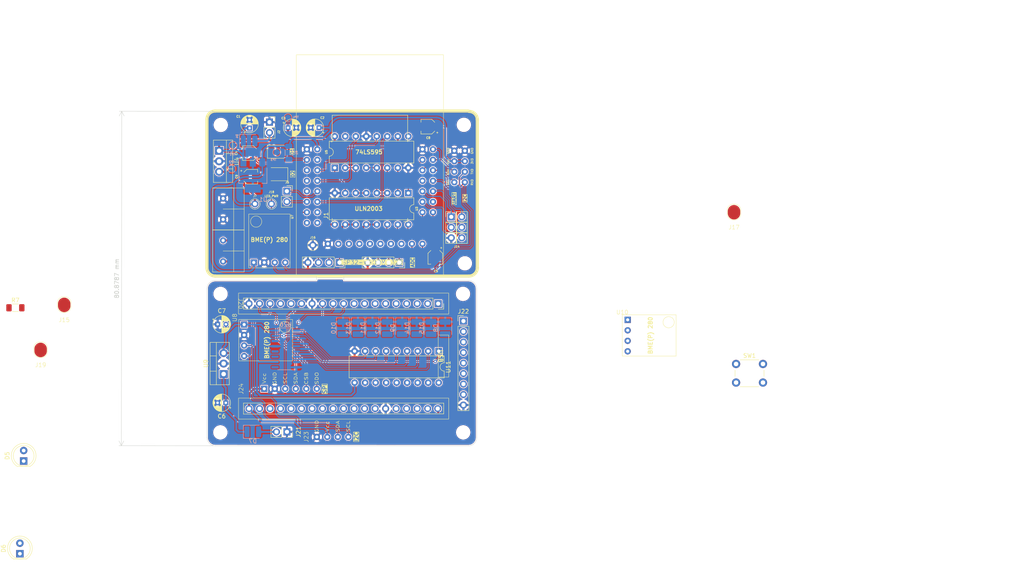
<source format=kicad_pcb>
(kicad_pcb (version 20240108) (generator "pcbnew") (generator_version "8.0")
  (layers (0 "F.Cu" signal) (31 "B.Cu" signal) (34 "B.Paste" user) (35 "F.Paste" user) (36 "B.SilkS" user "B.Silkscreen") (37 "F.SilkS" user "F.Silkscreen") (38 "B.Mask" user) (39 "F.Mask" user) (44 "Edge.Cuts" user))
  (net 0 "")
  (net 1 "GND")
  (net 2 "+3V3")
  (net 3 "+5V")
  (net 4 "/RXD")
  (net 5 "/TXD")
  (net 6 "/SDA")
  (net 7 "/GPIO_33")
  (net 8 "/SCL")
  (net 9 "/OUT3")
  (net 10 "/EN")
  (net 11 "/SOURCE2")
  (net 12 "/SOURCE1")
  (net 13 "/SOURCE3")
  (net 14 "/VDC")
  (net 15 "/DAC1")
  (net 16 "/DAC2")
  (net 17 "/GPIO39")
  (net 18 "/GPIO19")
  (net 19 "/GPIO17")
  (net 20 "/GPIO5")
  (net 21 "/GPIO18")
  (net 22 "/SD_DATA0")
  (net 23 "/ADC2_CH3")
  (net 24 "/SD_DATA3")
  (net 25 "/SD_CMD")
  (net 26 "/SD_CLK")
  (net 27 "/SD_DATA2")
  (net 28 "/SD_DATA1")
  (net 29 "/ADC2_CH0")
  (net 30 "/GPIO23")
  (net 31 "/GPIO36")
  (net 32 "/ADC2_CH2")
  (net 33 "/BOOT")
  (net 34 "/GPIO13")
  (net 35 "/SOURCE4")
  (net 36 "/SOURCE5")
  (net 37 "/SIPO_DATA")
  (net 38 "/SIPO_CLK")
  (net 40 "/SIPO_LATCH")
  (net 41 "/GPIO14")
  (net 43 "/I3")
  (net 44 "/I6")
  (net 45 "/I7")
  (net 46 "/I5")
  (net 47 "/OUT1")
  (net 48 "/VIN")
  (net 49 "/I1")
  (net 52 "Net-(D5-Pad1)")
  (net 53 "Net-(J15-Pin_1)")
  (net 54 "Net-(J19-Pin_1)")
  (net 55 "/OUT2")
  (net 67 "/RX")
  (net 72 "/TX")
  (net 83 "/SCL-2")
  (net 84 "/SDA-2")
  (net 85 "/SIPO_CLK-2")
  (net 87 "/SIPO_DATA-2")
  (net 88 "/SIPO_LATCH-2")
  (net 89 "/QB-2")
  (net 90 "/QC-2")
  (net 91 "/QE-2")
  (net 92 "/QA-2")
  (net 93 "/QD-2")
  (net 94 "/QG-2")
  (net 95 "/QH-2")
  (net 96 "/QF-2")
  (net 97 "/O8")
  (net 98 "/O3")
  (net 99 "/O5")
  (net 100 "/O7")
  (net 101 "/O1")
  (net 102 "/O4")
  (net 103 "/O2")
  (net 104 "/O6")
  (net 105 "/SPI-SDO")
  (net 106 "/SPI-CSB")
  (net 107 "/SPI-SCL")
  (net 108 "/SPI-SDA")
  (net 109 "/D23")
  (net 110 "/D18")
  (footprint "Capacitor_THT:CP_Radial_D4.0mm_P2.00mm" (layer "F.Cu") (at 107 44.2 180)
    (property "Reference" "C2")
    (property "Value" "1uF")
  )
  (footprint "LED_SMD:LED_1210_3225Metric_Pad1.42x2.65mm_HandSolder" (layer "F.Cu") (at 97 55.45 180)
    (property "Reference" "D2")
    (property "Value" "STATUS")
  )
  (footprint "Capacitor_SMD:CP_Elec_3x5.3" (layer "F.Cu") (at 90.3 50.35 180)
    (property "Reference" "C4")
    (property "Value" "0.1uF")
  )
  (footprint "Resistor_SMD:R_1206_3216Metric_Pad1.30x1.75mm_HandSolder" (layer "F.Cu") (at 33.612 87.7585)
    (property "Reference" "R7")
    (property "Value" "4K7")
  )
  (footprint "LED_THT:LED_D5.0mm" (layer "F.Cu") (at 34.7 147.25 90)
    (property "Reference" "D6")
    (property "Value" "LED_STATUS")
  )
  (footprint "Button_Switch_THT:SW_PUSH_6mm" (layer "F.Cu") (at 207.8 101.35)
    (property "Reference" "SW1")
    (property "Value" "SW_Push")
  )
  (footprint "Alexander Footprint Library:Pad_1x01_P2.54_SMD" (layer "F.Cu") (at 39.712 102.098)
    (property "Reference" "J19")
    (property "Value" "LED_PWR")
  )
  (footprint "Alexanddr Footprints Library:ESP32-WROOM-Adapter-Socket-2" (layer "F.Cu") (at 119.3 57.04)
    (property "Reference" "J1")
    (property "Value" "~")
  )
  (footprint "Alexander Footprint Library:Pad_1x01_P2.54_SMD" (layer "F.Cu") (at 45.412 91.198)
    (property "Reference" "J15")
    (property "Value" "LED_PWR")
  )
  (footprint "MountingHole:MountingHole_3mm" (layer "F.Cu") (at 142 43.5)
    (property "Reference" "H1" (hide yes))
    (property "Value" "MountingHole_Pad")
  )
  (footprint "Connector_PinSocket_2.54mm:PinSocket_1x02_P2.54mm_Vertical" (layer "F.Cu") (at 99.25 117.775 -90)
    (property "Reference" "J21")
    (property "Value" "PWR")
  )
  (footprint "MountingHole:MountingHole_3mm" (layer "F.Cu") (at 83.25 43.53)
    (property "Reference" "H2" (hide yes))
    (property "Value" "MountingHole_Pad")
  )
  (footprint "Package_DIP:DIP-16_W7.62mm" (layer "F.Cu") (at 128.58 60 -90)
    (property "Reference" "U3")
    (property "Value" "ULN2003")
  )
  (footprint "Alexander Footprints Library:Conn_Terminal_5mm" (layer "F.Cu") (at 83.82 53.69)
    (property "Reference" "J9" (hide yes))
    (property "Value" "Conn_01x02_Socket")
  )
  (footprint "Alexander Footprint Library:Pad_1x01_P2.54_SMD" (layer "F.Cu") (at 207.3 68.7895)
    (property "Reference" "J17")
    (property "Value" "GND")
  )
  (footprint "MountingHole:MountingHole_3mm" (layer "F.Cu") (at 141.85 117.9)
    (property "Reference" "H4" (hide yes))
    (property "Value" "MountingHole_Pad")
  )
  (footprint "Capacitor_THT:CP_Radial_D4.0mm_P2.00mm" (layer "F.Cu") (at 82.5 91.75)
    (property "Reference" "C7")
    (property "Value" "1uF")
  )
  (footprint "Capacitor_SMD:CP_Elec_3x5.3" (layer "F.Cu") (at 90.4 56.05)
    (property "Reference" "C9")
    (property "Value" "0.1uF")
  )
  (footprint "Package_DIP:DIP-16_W7.62mm" (layer "F.Cu") (at 110.8 53.9 90)
    (property "Reference" "U5")
    (property "Value" "74LS595")
  )
  (footprint "Alexander Footprint Library:PinSocket_1x01_P2.54" (layer "F.Cu") (at 91.5 65.19)
    (property "Reference" "J7")
    (property "Value" "LED_PWR")
  )
  (footprint "Connector_PinHeader_2.54mm:PinHeader_1x09_P2.54mm_Vertical" (layer "F.Cu") (at 141.9 90.97)
    (property "Reference" "J22")
    (property "Value" "Conn_01x09_Pin")
  )
  (footprint "Alexander Footprint Library:Conn_SPI" (layer "F.Cu") (at 88.68 107.35 90)
    (property "Reference" "J24")
    (property "Value" "~")
  )
  (footprint "Connector_PinSocket_2.54mm:PinSocket_1x02_P2.54mm_Vertical" (layer "F.Cu") (at 95.025 42.85)
    (property "Reference" "J2")
    (property "Value" "PWR")
  )
  (footprint "Connector_PinSocket_2.54mm:PinSocket_1x04_P2.54mm_Vertical" (layer "F.Cu") (at 111.94 76.8 -90)
    (property "Reference" "J6")
    (property "Value" "SOURCE")
  )
  (footprint "MountingHole:MountingHole_3mm" (layer "F.Cu") (at 83.15 117.9)
    (property "Reference" "H4" (hide yes))
    (property "Value" "MountingHole_Pad")
  )
  (footprint "Connector_PinSocket_2.54mm:PinSocket_1x04_P2.54mm_Vertical" (layer "F.Cu") (at 126.38 76.8 -90)
    (property "Reference" "J10" (hide yes))
    (property "Value" "ADC")
  )
  (footprint "Capacitor_SMD:CP_Elec_3x5.3" (layer "F.Cu") (at 135.1 75.45 -90)
    (property "Reference" "C5")
    (property "Value" "0.1uF")
  )
  (footprint "MountingHole:MountingHole_3mm" (layer "F.Cu") (at 141.8 84.4)
    (property "Reference" "H4" (hide yes))
    (property "Value" "MountingHole_Pad")
  )
  (footprint "Capacitor_THT:CP_Radial_D4.0mm_P2.00mm" (layer "F.Cu") (at 99.5 44.2)
    (property "Reference" "C3")
    (property "Value" "1uF")
  )
  (footprint "Alexander Footprint Library:Conn_ESP32_WROOM-DevKit-38pins" (layer "F.Cu") (at 87.54 86.75 -90)
    (property "Reference" "J20")
    (property "Value" "~")
  )
  (footprint "Capacitor_SMD:CP_Elec_3x5.3" (layer "F.Cu") (at 133.4 43.95 180)
    (property "Reference" "C8")
    (property "Value" "10uF")
  )
  (footprint "Alexander Footprint Library:LD1117" (layer "F.Cu") (at 83.945 103.79 90)
    (property "Reference" "U9")
    (property "Value" "L7805")
  )
  (footprint "Alexander Footprint Library:PinSocket_1x01_P2.54" (layer "F.Cu") (at 95.5 65.19)
    (property "Reference" "J18")
    (property "Value" "LED_PWR")
  )
  (footprint "Alexander Footprint Library:Conn_I2C" (layer "F.Cu") (at 98.84 119 90)
    (property "Reference" "J23")
    (property "Value" "I2C")
  )
  (footprint "Capacitor_THT:CP_Radial_D4.0mm_P2.00mm" (layer "F.Cu") (at 84.4726 110.75 180)
    (property "Reference" "C6")
    (property "Value" "1uF")
  )
  (footprint "Alexander Footprint Library:BME280_BMP280_I2C" (layer "F.Cu") (at 180.3 89.45)
    (property "Reference" "U10")
    (property "Value" "BME(P)280")
  )
  (footprint "MountingHole:MountingHole_3mm" (layer "F.Cu") (at 83.2 84.4)
    (property "Reference" "H4" (hide yes))
    (property "Value" "MountingHole_Pad")
  )
  (footprint "Connector_PinSocket_2.54mm:PinSocket_1x02_P2.54mm_Vertical" (layer "F.Cu") (at 99.225 59.55)
    (property "Reference" "J5")
    (property "Value" "DAC")
  )
  (footprint "Alexander Footprint Library:CONN_2x3" (layer "F.Cu") (at 138.96 60.68)
    (property "Reference" "J14")
    (property "Value" "GPIO")
  )
  (footprint "Alexander Footprints Library:Conn_UART" (layer "F.Cu") (at 139.7 42.15)
    (property "Reference" "J3" (hide yes))
    (property "Value" "UART")
  )
  (footprint "Alexander Footprint Library:PinSocket_1x01_P2.54" (layer "F.Cu") (at 105.5 75.19)
    (property "Reference" "J16")
    (property "Value" "GND")
  )
  (footprint "Capacitor_THT:CP_Radial_D4.0mm_P2.00mm" (layer "F.Cu") (at 90.2 44.3 90)
    (property "Reference" "C1")
    (property "Value" "1uF")
  )
  (footprint "Alexander Footprint Library:BME280_BMP280_I2C" (layer "F.Cu") (at 90 78.1 90)
    (property "Reference" "U7")
    (property "Value" "BME(P)280")
  )
  (footprint "Alexander Footprint Library:LD1117" (layer "F.Cu") (at 82.855 49.77 -90)
    (property "Reference" "U4")
    (property "Value" "L7805")
  )
  (footprint "Alexander Footprints Library:Conn_I2C" (layer "F.Cu") (at 142.24 42.15)
    (property "Reference" "J4" (hide yes))
    (property "Value" "I2C")
  )
  (footprint "LED_THT:LED_D5.0mm" (layer "F.Cu") (at 35.612 124.8335 90)
    (property "Reference" "D5")
    (property "Value" "LED_PWR")
  )
  (footprint "Alexander Footprint Library:BME280_BMP280_I2C" (layer "F.Cu") (at 87.6 90.59)
    (property "Reference" "U8")
    (property "Value" "BME(P)280")
  )
  (footprint "LED_SMD:LED_1210_3225Metric_Pad1.42x2.65mm_HandSolder" (layer "F.Cu") (at 97 50)
    (property "Reference" "D1")
    (property "Value" "PWR")
  )
  (footprint "MountingHole:MountingHole_3mm" (layer "F.Cu") (at 142.25 77)
    (property "Reference" "H4" (hide yes))
    (property "Value" "MountingHole_Pad")
  )
  (footprint "Package_DIP:DIP-18_W7.62mm" (layer "F.Cu") (at 135.92 98.25 -90)
    (property "Reference" "U11")
    (property "Value" "ULN2801A")
  )
  (footprint "Alexander Footprints Library:Conn_Terminal_5mm" (layer "F.Cu") (at 83.82 63.85)
    (property "Reference" "J8" (hide yes))
    (property "Value" "Conn_01x02_Socket")
  )
  (footprint "TestPoint:TestPoint_Pad_D1.5mm" (layer "B.Cu") (at 99.5 41.75 180)
    (property "Reference" "TP4")
    (property "Value" "5V")
  )
  (footprint "LED_SMD:LED_1210_3225Metric_Pad1.42x2.65mm_HandSolder" (layer "B.Cu") (at 127.1 92.65 -90)
    (property "Reference" "D9")
    (property "Value" "PWR")
  )
  (footprint "TestPoint:TestPoint_Pad_D1.5mm" (layer "B.Cu") (at 96.8 50.15 180)
    (property "Reference" "TP3")
    (property "Value" "3V3")
  )
  (footprint "LED_SMD:LED_1210_3225Metric_Pad1.42x2.65mm_HandSolder" (layer "B.Cu") (at 119.9 92.65 -90)
    (property "Reference" "D11")
    (property "Value" "PWR")
  )
  (footprint "Package_SO:SO-16_3.9x9.9mm_P1.27mm" (layer "B.Cu") (at 98.95 97.7 180)
    (property "Reference" "U26")
    (property "Value" "74LS595")
  )
  (footprint "Diode_SMD:D_1210_3225Metric" (layer "B.Cu") (at 91 117.75)
    (property "Reference" "D7")
    (property "Value" "D")
  )
  (footprint "LED_SMD:LED_1210_3225Metric_Pad1.42x2.65mm_HandSolder" (layer "B.Cu") (at 134.1 92.65 -90)
    (property "Reference" "D15")
    (property "Value" "PWR")
  )
  (footprint "Resistor_SMD:R_1206_3216Metric_Pad1.30x1.75mm_HandSolder" (layer "B.Cu") (at 99.7 50.25 -90)
    (property "Reference" "R1")
    (property "Value" "10K")
  )
  (footprint "Diode_SMD:D_1210_3225Metric" (layer "B.Cu") (at 90.1 47.4)
    (property "Reference" "D4")
    (property "Value" "D")
  )
  (footprint "LED_SMD:LED_1210_3225Metric_Pad1.42x2.65mm_HandSolder" (layer "B.Cu") (at 130.6 92.65 -90)
    (property "Reference" "D14")
    (property "Value" "PWR")
  )
  (footprint "TestPoint:TestPoint_Pad_D1.5mm" (layer "B.Cu") (at 86.2 48.45 180)
    (property "Reference" "TP1")
    (property "Value" "VIN")
  )
  (footprint "LED_SMD:LED_1210_3225Metric_Pad1.42x2.65mm_HandSolder" (layer "B.Cu") (at 123.5 92.65 -90)
    (property "Reference" "D12")
    (property "Value" "PWR")
  )
  (footprint "TestPoint:TestPoint_Pad_D1.5mm" (layer "B.Cu") (at 85.9 54.15 180)
    (property "Reference" "TP2")
    (property "Value" "GND")
  )
  (footprint "LED_SMD:LED_1210_3225Metric_Pad1.42x2.65mm_HandSolder" (layer "B.Cu") (at 116.4 92.65 -90)
    (property "Reference" "D13")
    (property "Value" "PWR")
  )
  (footprint "LED_SMD:LED_1210_3225Metric_Pad1.42x2.65mm_HandSolder" (layer "B.Cu") (at 112.8 92.65 -90)
    (property "Reference" "D10")
    (property "Value" "PWR")
  )
  (footprint "Package_TO_SOT_SMD:SOT-223-3_TabPin2" (layer "B.Cu") (at 91 55.75 -90)
    (property "Reference" "U1")
    (property "Value" "MAX1726EUK33")
  )
  (footprint "LED_SMD:LED_1210_3225Metric_Pad1.42x2.65mm_HandSolder" (layer "B.Cu") (at 137.5 92.65 -90)
    (property "Reference" "D8")
    (property "Value" "PWR")
  )
  (gr_line (start 145.25 42.11421) (end 145.25 78.085782) (stroke (width 0.75)) (layer "F.SilkS"))
  (gr_line (start 81.914218 40.164218) (end 143.08579 40.164218) (stroke (width 0.75)) (layer "F.SilkS"))
  (gr_arc (start 145.25 78.085782) (mid 144.66422 79.500007) (end 143.25 80.085782) (stroke (width 0.75)) (layer "F.SilkS"))
  (gr_line (start 79.914218 42.11421) (end 79.914218 78.085782) (stroke (width 0.75)) (layer "F.SilkS"))
  (gr_arc (start 81.914218 80.085782) (mid 80.499999 79.500001) (end 79.914218 78.085782) (stroke (width 0.75)) (layer "F.SilkS"))
  (gr_arc (start 143.25 40.25) (mid 144.664214 40.835786) (end 145.25 42.25) (stroke (width 0.75)) (layer "F.SilkS"))
  (gr_arc (start 79.914218 42.164218) (mid 80.499999 40.749999) (end 81.914218 40.164218) (stroke (width 0.75)) (layer "F.SilkS"))
  (gr_line (start 81.914214 80.085782) (end 143.085786 80.085782) (stroke (width 0.75)) (layer "F.SilkS"))
  (gr_line (start 82.014214 80.235786) (end 106.4 80.25) (stroke (width 0.1)) (layer "Edge.Cuts"))
  (gr_line (start 80 42.25) (end 80.014214 78.235786) (stroke (width 0.1)) (layer "Edge.Cuts"))
  (gr_arc (start 79.921321 83.157107) (mid 80.507106 81.742896) (end 81.921321 81.157107) (stroke (width 0.1)) (layer "Edge.Cuts"))
  (gr_line (start 81.921321 121.128679) (end 143.107107 121.142893) (stroke (width 0.1)) (layer "Edge.Cuts"))
  (gr_arc (start 81.921321 121.128679) (mid 80.507101 120.542899) (end 79.921321 119.128679) (stroke (width 0.1)) (layer "Edge.Cuts"))
  (gr_line (start 143.092893 81.157107) (end 113 81.15) (stroke (width 0.1)) (layer "Edge.Cuts"))
  (gr_arc (start 145.107107 119.142893) (mid 144.521321 120.557107) (end 143.107107 121.142893) (stroke (width 0.1)) (layer "Edge.Cuts"))
  (gr_line (start 106.4 81.15) (end 81.921321 81.157107) (stroke (width 0.1)) (layer "Edge.Cuts"))
  (gr_arc (start 143.185786 40.264214) (mid 144.600004 40.849996) (end 145.185786 42.264214) (stroke (width 0.1)) (layer "Edge.Cuts"))
  (gr_line (start 113 80.25) (end 143.185786 80.235786) (stroke (width 0.1)) (layer "Edge.Cuts"))
  (gr_arc (start 82.014214 80.235786) (mid 80.599996 79.650004) (end 80.014214 78.235786) (stroke (width 0.1)) (layer "Edge.Cuts"))
  (gr_line (start 145.185786 42.264214) (end 145.185786 78.235786) (stroke (width 0.1)) (layer "Edge.Cuts"))
  (gr_arc (start 80 42.25) (mid 80.585786 40.835786) (end 82 40.25) (stroke (width 0.1)) (layer "Edge.Cuts"))
  (gr_line (start 145.107107 119.142893) (end 145.092893 83.157107) (stroke (width 0.1)) (layer "Edge.Cuts"))
  (gr_line (start 79.921321 119.128679) (end 79.921321 83.157107) (stroke (width 0.1)) (layer "Edge.Cuts"))
  (gr_line (start 106.4 81.15) (end 106.4 80.25) (stroke (width 0.1)) (layer "Edge.Cuts"))
  (gr_arc (start 145.185786 78.235786) (mid 144.600004 79.650004) (end 143.185786 80.235786) (stroke (width 0.1)) (layer "Edge.Cuts"))
  (gr_arc (start 143.092893 81.157107) (mid 144.507112 81.742888) (end 145.092893 83.157107) (stroke (width 0.1)) (layer "Edge.Cuts"))
  (gr_line (start 113 81.15) (end 113 80.25) (stroke (width 0.1)) (layer "Edge.Cuts"))
  (gr_line (start 143.185786 40.264214) (end 82 40.25) (stroke (width 0.1)) (layer "Edge.Cuts"))
  (gr_text "ADC" (at 130.1 78.05 90) (layer "F.SilkS" knockout) (effects (font (size 0.8 0.8) (thickness 0.2) (bold yes)) (justify left bottom)))
  (gr_text "74LS595" (at 119.057143 50.1 0) (layer "F.SilkS") (effects (font (size 1 1) (thickness 0.2) (bold yes))))
  (gr_text "ULN2003" (at 115.5 64.374 0) (layer "F.SilkS") (effects (font (size 1 1) (thickness 0.2) (bold yes)) (justify left bottom)))
  (dimension (type aligned) (layer "Edge.Cuts") (pts (xy 81.921321 121.128679) (xy 82 40.25)) (height -22.6907) (gr_text "80.8787 mm" (at 58.119973 80.666146 89.94426182) (layer "Edge.Cuts") (effects (font (size 1 1) (thickness 0.15)))) (format (prefix "") (suffix "") (units 3) (units_format 1) (precision 4)) (style (thickness 0.1) (arrow_length 1.27) (text_position_mode 0) (extension_height 0.58642) (extension_offset 0.5) keep_text_aligned))
  (segment (start 84.21 66) (end 83.82 66.39) (width 0.5) (layer "F.Cu") (net 1))
  (segment (start 90.08 108.57) (end 90.08 112.15) (width 0.5) (layer "F.Cu") (net 2))
  (segment (start 91.5 60.75) (end 88.9 58.15) (width 0.5) (layer "F.Cu") (net 2))
  (segment (start 139.7 52.31) (end 138.56 52.31) (width 0.25) (layer "F.Cu") (net 2))
  (segment (start 91.3 107.35) (end 90.08 108.57) (width 0.5) (layer "F.Cu") (net 2))
  (segment (start 137.2 43.95) (end 134.9 43.95) (width 0.25) (layer "F.Cu") (net 2))
  (segment (start 138.56 52.31) (end 137.6 51.35) (width 0.25) (layer "F.Cu") (net 2))
  (segment (start 91.5 62.62) (end 91.5 60.75) (width 0.5) (layer "F.Cu") (net 2))
  (segment (start 93.76 107.35) (end 91.3 107.35) (width 0.5) (layer "F.Cu") (net 2))
  (segment (start 137.6 51.35) (end 137.6 44.35) (width 0.25) (layer "F.Cu") (net 2))
  (segment (start 137.6 44.35) (end 137.2 43.95) (width 0.25) (layer "F.Cu") (net 2))
  (segment (start 88.9 58.15) (end 88.9 56.05) (width 0.5) (layer "F.Cu") (net 2))
  (segment (start 96.075 48.7) (end 97.525 48.7) (width 0.5) (layer "B.Cu") (net 2))
  (segment (start 109.408578 44.2) (end 107 44.2) (width 0.5) (layer "B.Cu") (net 2))
  (segment (start 93.21 115.25) (end 101 115.25) (width 0.5) (layer "B.Cu") (net 2))
  (segment (start 81.3 75.997918) (end 81.3 59.75104) (width 0.5) (layer "B.Cu") (net 2))
  (segment (start 93.3 54.905025) (end 93.3 52.6) (width 0.5) (layer "B.Cu") (net 2))
  (segment (start 100 48.7) (end 100 48.03033) (width 0.5) (layer "B.Cu") (net 2))
  (segment (start 139.13 52.31) (end 139.7 52.31) (width 0.5) (layer "B.Cu") (net 2))
  (segment (start 138.156949 51.906949) (end 138.03 51.78) (width 0.5) (layer "B.Cu") (net 2))
  (segment (start 109 117.5) (end 109 119) (width 0.5) (layer "B.Cu") (net 2))
  (segment (start 106.6 48.627817) (end 106.6 49.299791) (width 0.5) (layer "B.Cu") (net 2))
  (segment (start 84.202081 78.9) (end 89.990883 78.9) (width 0.5) (layer "B.Cu") (net 2))
  (segment (start 109.75 45) (end 109.75 44.141421) (width 0.5) (layer "B.Cu") (net 2))
  (segment (start 109.75 43.858578) (end 109.75 44.141421) (width 0.5) (layer "B.Cu") (net 2))
  (segment (start 104.722182 46.75) (end 106.277817 46.75) (width 0.5) (layer "B.Cu") (net 2))
  (segment (start 139.7 52.31) (end 142.24 52.31) (width 0.5) (layer "B.Cu") (net 2))
  (segment (start 137.5 50.500466) (end 137.5 43.883883) (width 0.5) (layer "B.Cu") (net 2))
  (segment (start 88.207106 62.75) (end 91.5 62.75) (width 0.5) (layer "B.Cu") (net 2))
  (segment (start 86.5 61.042893) (end 86.5 57.5) (width 0.5) (layer "B.Cu") (net 2))
  (segment (start 106.277817 46.75) (end 108 46.75) (width 0.5) (layer "B.Cu") (net 2))
  (segment (start 101 115.25) (end 102.5 116.75) (width 0.5) (layer "B.Cu") (net 2))
  (segment (start 91.22 77.670883) (end 91.22 76.8) (width 0.5) (layer "B.Cu") (net 2))
  (segment (start 89.455634 56.1) (end 92.105025 56.1) (width 0.5) (layer "B.Cu") (net 2))
  (segment (start 96.075 48.7) (end 95.177817 48.7) (width 0.5) (layer "B.Cu") (net 2))
  (segment (start 90.11 112.15) (end 93.21 115.25) (width 0.5) (layer "B.Cu") (net 2))
  (segment (start 108.25 116.75) (end 109 117.5) (width 0.5) (layer "B.Cu") (net 2))
  (segment (start 104.722182 46.75) (end 101.28033 46.75) (width 0.5) (layer "B.Cu") (net 2))
  (segment (start 108 46.75) (end 109.75 45) (width 0.5) (layer "B.Cu") (net 2))
  (segment (start 96.8 49.425) (end 96.8 50.15) (width 0.25) (layer "B.Cu") (net 2))
  (segment (start 109.75 43.625) (end 109.75 43.858578) (width 0.5) (layer "B.Cu") (net 2))
  (segment (start 110.015165 42.984834) (end 110.5 42.5) (width 0.5) (layer "B.Cu") (net 2))
  (segment (start 93.3 52.6) (end 93.3 50.577817) (width 0.5) (layer "B.Cu") (net 2))
  (segment (start 82.75104 58.3) (end 84.144365 58.3) (width 0.5) (layer "B.Cu") (net 2))
  (segment (start 106.685 49.335) (end 106.77 49.25) (width 0.5) (layer "B.Cu") (net 2))
  (segment (start 102.5 116.75) (end 108.25 116.75) (width 0.5) (layer "B.Cu") (net 2))
  (segment (start 112.31066 41.75) (end 135.366116 41.75) (width 0.5) (layer "B.Cu") (net 2))
  (segment (start 100 48.7) (end 97.525 48.7) (width 0.5) (layer "B.Cu") (net 2))
  (arc (start 136.875 42.375) (mid 137.337567 43.067281) (end 137.5 43.883883) (width 0.5) (layer "B.Cu") (net 2))
  (arc (start 137.5 50.500466) (mid 137.637742 51.192944) (end 138.03 51.78) (width 0.5) (layer "B.Cu") (net 2))
  (arc (start 93.3 54.905025) (mid 93.209037 55.362322) (end 92.95 55.75) (width 0.5) (layer "B.Cu") (net 2))
  (arc (start 86.8 57.2) (mid 85.581584 58.014119) (end 84.144365 58.3) (width 0.5) (layer "B.Cu") (net 2))
  (arc (start 106.6 49.299791) (mid 106.630737 49.345793) (end 106.685 49.335) (width 0.5) (layer "B.Cu") (net 2))
  (arc (start 89.455634 56.1) (mid 88.018415 56.38588) (end 86.8 57.2) (width 0.5) (layer "B.Cu") (net 2))
  (arc (start 86.5 61.042893) (mid 86.629945 61.696174) (end 87 62.25) (width 0.5) (layer "B.Cu") (net 2))
  (arc (start 82.75104 58.3) (mid 82.195751 58.410453) (end 81.725 58.725) (width 0.5) (layer "B.Cu") (net 2))
  (arc (start 92.95 55.75) (mid 92.562322 56.009037) (end 92.105025 56.1) (width 0.5) (layer "B.Cu") (net 2))
  (arc (start 95.177817 48.7) (mid 94.459207 48.84294) (end 93.85 49.25) (width 0.5) (layer "B.Cu") (net 2))
  (arc (start 96.8 49.425) (mid 96.587652 48.912347) (end 96.075 48.7) (width 0.25) (layer "B.Cu") (net 2))
  (arc (start 82.15 78.05) (mid 83.091502 78.679092) (end 84.202081 78.9) (width 0.5) (layer "B.Cu") (net 2))
  (arc (start 110.015165 42.984834) (mid 109.818914 43.278544) (end 109.75 43.625) (width 0.5) (layer "B.Cu") (net 2))
  (arc (start 109.75 44.141421) (mid 109.713838 44.087301) (end 109.65 44.1) (width 0.5) (layer "B.Cu") (net 2))
  (arc (start 136.875 42.375) (mid 136.182718 41.912432) (end 135.366116 41.75) (width 0.5) (layer "B.Cu") (net 2))
  (arc (start 93.85 49.25) (mid 93.44294 49.859207) (end 93.3 50.577817) (width 0.5) (layer "B.Cu") (net 2))
  (arc (start 90.86 78.54) (mid 90.461245 78.806439) (end 89.990883 78.9) (width 0.5) (layer "B.Cu") (net 2))
  (arc (start 109.65 44.1) (mid 109.539234 44.17401) (end 109.408578 44.2) (width 0.5) (layer "B.Cu") (net 2))
  (arc (start 87 62.25) (mid 87.553825 62.620054) (end 88.207106 62.75) (width 0.5) (layer "B.Cu") (net 2))
  (arc (start 81.725 58.725) (mid 81.410453 59.195751) (end 81.3 59.75104) (width 0.5) (layer "B.Cu") (net 2))
  (arc (start 106.05 47.3) (mid 105.440792 46.89294) (end 104.722182 46.75) (width 0.5) (layer "B.Cu") (net 2))
  (arc (start 138.156949 51.906949) (mid 138.603388 52.20525) (end 139.13 52.31) (width 0.5) (layer "B.Cu") (net 2))
  (arc (start 101.28033 46.75) (mid 100.790368 46.847459) (end 100.375 47.125) (width 0.5) (layer "B.Cu") (net 2))
  (arc (start 106.05 47.3) (mid 106.457059 47.909207) (end 106.6 48.627817) (width 0.5) (layer "B.Cu") (net 2))
  (arc (start 106.277817 46.75) (mid 105.980159 46.948888) (end 106.05 47.3) (width 0.5) (layer "B.Cu") (net 2))
  (arc (start 91.22 77.670883) (mid 91.126439 78.141245) (end 90.86 78.54) (width 0.5) (layer "B.Cu") (net 2))
  (arc (start 109.65 44.1) (mid 109.72401 43.989234) (end 109.75 43.858578) (width 0.5) (layer "B.Cu") (net 2))
  (arc (start 112.31066 41.75) (mid 111.330737 41.944918) (end 110.5 42.5) (width 0.5) (layer "B.Cu") (net 2))
  (arc (start 100.375 47.125) (mid 100.097459 47.540368) (end 100 48.03033) (width 0.5) (layer "B.Cu") (net 2))
  (arc (start 81.3 75.997918) (mid 81.520907 77.108496) (end 82.15 78.05) (width 0.5) (layer "B.Cu") (net 2))
  (segment (start 99.5 45.693413) (end 99.5 44.2) (width 0.5) (layer "F.Cu") (net 3))
  (segment (start 87.75 115.25) (end 135.25 115.25) (width 0.5) (layer "F.Cu") (net 3))
  (segment (start 98.6375 46.9625) (end 99.2125 46.3875) (width 0.5) (layer "F.Cu") (net 3))
  (segment (start 83.945 98.71) (end 86.21 98.71) (width 0.5) (layer "F.Cu") (net 3))
  (segment (start 86.75 99.25) (end 86.75 100) (width 0.5) (layer "F.Cu") (net 3))
  (segment (start 126.04 46.28) (end 126.04 48.251906) (width 0.5) (layer "F.Cu") (net 3))
  (segment (start 108.3 49.803553) (end 108.3 65.537329) (width 0.5) (layer "F.Cu") (net 3))
  (segment (start 108.3 49.803553) (end 108.3 49.096446) (width 0.5) (layer "F.Cu") (net 3))
  (segment (start 135.81 114.69) (end 135.81 112.15) (width 0.5) (layer "F.Cu") (net 3))
  (segment (start 110.8 46.28) (end 110.8 48.15) (width 0.5) (layer "F.Cu") (net 3))
  (segment (start 86.75 114.25) (end 87.75 115.25) (width 0.5) (layer "F.Cu") (net 3))
  (segment (start 86.75 100) (end 86.75 114.25) (width 0.5) (layer "F.Cu") (net 3))
  (segment (start 110.8 48.15) (end 110 48.95) (width 0.5) (layer "F.Cu") (net 3))
  (segment (start 88.1 47.25) (end 97.943413 47.25) (width 0.5) (layer "F.Cu") (net 3))
  (segment (start 84.9 54.85) (end 85.4 54.35) (width 0.5) (layer "F.Cu") (net 3))
  (segment (start 126.04 48.251906) (end 125.341906 48.95) (width 0.5) (layer "F.Cu") (net 3))
  (segment (start 85.4 54.35) (end 85.4 49.95) (width 0.5) (layer "F.Cu") (net 3))
  (segment (start 107.608621 46.675) (end 99.331586 46.675) (width 0.5) (layer "F.Cu") (net 3))
  (segment (start 110 48.95) (end 109.153553 48.95) (width 0.5) (layer "F.Cu") (net 3))
  (segment (start 86.21 98.71) (end 86.75 99.25) (width 0.5) (layer "F.Cu") (net 3))
  (segment (start 108.3 49.096446) (end 108.3 47.366378) (width 0.5) (layer "F.Cu") (net 3))
  (segment (start 109.104574 67.204574) (end 108.91 67.01) (width 0.5) (layer "F.Cu") (net 3))
  (segment (start 110.8 46.355) (end 110.725 46.28) (width 0.5) (layer "F.Cu") (net 3))
  (segment (start 135.25 115.25) (end 135.81 114.69) (width 0.5) (layer "F.Cu") (net 3))
  (segment (start 110.1075 67.62) (end 110.695 67.62) (width 0.5) (layer "F.Cu") (net 3))
  (segment (start 82.855 54.85) (end 84.9 54.85) (width 0.5) (layer "F.Cu") (net 3))
  (segment (start 85.4 49.95) (end 88.1 47.25) (width 0.5) (layer "F.Cu") (net 3))
  (segment (start 125.341906 48.95) (end 110 48.95) (width 0.5) (layer "F.Cu") (net 3))
  (arc (start 108.0975 46.8775) (mid 108.247371 47.101799) (end 108.3 47.366378) (width 0.5) (layer "F.Cu") (net 3))
  (arc (start 108.3 65.537329) (mid 108.458533 66.334332) (end 108.91 67.01) (width 0.5) (layer "F.Cu") (net 3))
  (arc (start 97.943413 47.25) (mid 98.31905 47.175281) (end 98.6375 46.9625) (width 0.5) (layer "F.Cu") (net 3))
  (arc (start 99.2125 46.3875) (mid 99.175992 46.571035) (end 99.331586 46.675) (width 0.5) (layer "F.Cu") (net 3))
  (arc (start 108.0975 46.8775) (mid 107.8732 46.727628) (end 107.608621 46.675) (width 0.5) (layer "F.Cu") (net 3))
  (arc (start 109.104574 67.204574) (mid 109.56472 67.512034) (end 110.1075 67.62) (width 0.5) (layer "F.Cu") (net 3))
  (arc (start 108.55 49.2) (mid 108.364972 49.476912) (end 108.3 49.803553) (width 0.5) (layer "F.Cu") (net 3))
  (arc (start 108.3 49.096446) (mid 108.390403 49.231745) (end 108.55 49.2) (width 0.5) (layer "F.Cu") (net 3))
  (arc (start 99.331586 46.675) (mid 98.955949 46.749718) (end 98.6375 46.9625) (width 0.5) (layer "F.Cu") (net 3))
  (arc (start 109.153553 48.95) (mid 108.826912 49.014972) (end 108.55 49.2) (width 0.5) (layer "F.Cu") (net 3))
  (arc (start 99.5 45.693413) (mid 99.425281 46.06905) (end 99.2125 46.3875) (width 0.5) (layer "F.Cu") (net 3))
  (segment (start 83.945 97.305) (end 84.5 96.75) (width 0.5) (layer "B.Cu") (net 3))
  (segment (start 84.5 94.05) (end 84.5 91.75) (width 0.5) (layer "B.Cu") (net 3))
  (segment (start 88.9 91.81) (end 86.74 91.81) (width 0.5) (layer "B.Cu") (net 3))
  (segment (start 115.6 108.15) (end 115.6 105.87) (width 0.5) (layer "B.Cu") (net 3))
  (segment (start 83.945 98.71) (end 83.945 97.305) (width 0.5) (layer "B.Cu") (net 3))
  (segment (start 92 108.15) (end 92.8 108.95) (width 0.5) (layer "B.Cu") (net 3))
  (segment (start 96.375 100.875) (end 92.575 100.875) (width 0.5) (layer "B.Cu") (net 3))
  (segment (start 92.96 91.81) (end 91.25 91.81) (width 0.5) (layer "B.Cu") (net 3))
  (segment (start 86.74 91.81) (end 84.5 94.05) (width 0.5) (layer "B.Cu") (net 3))
  (segment (start 92 92.56) (end 91.25 91.81) (width 0.5) (layer "B.Cu") (net 3))
  (segment (start 92.8 108.95) (end 114.8 108.95) (width 0.5) (layer "B.Cu") (net 3))
  (segment (start 94.405 93.255) (end 92.96 91.81) (width 0.5) (layer "B.Cu") (net 3))
  (segment (start 92 100.3) (end 92 108.15) (width 0.5) (layer "B.Cu") (net 3))
  (segment (start 91.25 91.81) (end 88.9 91.81) (width 0.5) (layer "B.Cu") (net 3))
  (segment (start 92 100.3) (end 92 92.56) (width 0.5) (layer "B.Cu") (net 3))
  (segment (start 84.5 96.75) (end 84.5 94.05) (width 0.5) (layer "B.Cu") (net 3))
  (segment (start 114.8 108.95) (end 115.6 108.15) (width 0.5) (layer "B.Cu") (net 3))
  (segment (start 92.575 100.875) (end 92 100.3) (width 0.5) (layer "B.Cu") (net 3))
  (segment (start 99.5 42.25) (end 99.5 44.2) (width 0.25) (layer "B.Cu") (net 3))
  (segment (start 96.375 93.255) (end 94.405 93.255) (width 0.5) (layer "B.Cu") (net 3))
  (segment (start 139.7 57.35) (end 139.7 57.39) (width 0.25) (layer "F.Cu") (net 4))
  (segment (start 133.25 53.25) (end 135.6 53.25) (width 0.25) (layer "F.Cu") (net 4))
  (segment (start 135.6 53.25) (end 139.7 57.35) (width 0.25) (layer "F.Cu") (net 4))
  (segment (start 132 54.5) (end 133.25 53.25) (width 0.25) (layer "F.Cu") (net 4))
  (segment (start 140.3 57.45) (end 139.3 57.45) (width 0.25) (layer "F.Cu") (net 4))
  (segment (start 136.61 51.96) (end 134.54 51.96) (width 0.25) (layer "F.Cu") (net 5))
  (segment (start 134.74 51.79) (end 134.62 51.91) (width 0.25) (layer "F.Cu") (net 5))
  (segment (start 139.5 54.85) (end 136.61 51.96) (width 0.25) (layer "F.Cu") (net 5))
  (segment (start 139.7 54.85) (end 139.5 54.85) (width 0.25) (layer "F.Cu") (net 5))
  (segment (start 138.59 58.55) (end 140.4 58.55) (width 0.25) (layer "F.Cu") (net 6))
  (segment (start 136.213604 54.5) (end 138 56.286396) (width 0.25) (layer "F.Cu") (net 6))
  (segment (start 138 57.96) (end 138.59 58.55) (width 0.25) (layer "F.Cu") (net 6))
  (segment (start 140.9 56.19) (end 142.24 54.85) (width 0.25) (layer "F.Cu") (net 6))
  (segment (start 140.9 58.05) (end 140.9 56.19) (width 0.25) (layer "F.Cu") (net 6))
  (segment (start 134.54 54.5) (end 136.213604 54.5) (width 0.25) (layer "F.Cu") (net 6))
  (segment (start 138 56.286396) (end 138 57.96) (width 0.25) (layer "F.Cu") (net 6))
  (segment (start 142.24 54.85) (end 142.24 55.51) (width 0.25) (layer "F.Cu") (net 6))
  (segment (start 140.4 58.55) (end 140.9 58.05) (width 0.25) (layer "F.Cu") (net 6))
  (segment (start 141.79 58.74) (end 141 57.95) (width 0.25) (layer "B.Cu") (net 6))
  (segment (start 140.418198 72.781802) (end 143.281802 72.781802) (width 0.25) (layer "B.Cu") (net 6))
  (segment (start 98.84 76.8) (end 98.84 78.09) (width 0.25) (layer "B.Cu") (net 6))
  (segment (start 143.55 64.45) (end 141.79 62.69) (width 0.25) (layer "B.Cu") (net 6))
  (segment (start 134.55 78.65) (end 140.418198 72.781802) (width 0.25) (layer "B.Cu") (net 6))
  (segment (start 141.79 62.69) (end 141.79 58.74) (width 0.25) (layer "B.Cu") (net 6))
  (segment (start 141 56.09) (end 142.24 54.85) (width 0.25) (layer "B.Cu") (net 6))
  (segment (start 98.84 78.09) (end 99.4 78.65) (width 0.25) (layer "B.Cu") (net 6))
  (segment (start 99.4 78.65) (end 134.55 78.65) (width 0.25) (layer "B.Cu") (net 6))
  (segment (start 143.281802 72.781802) (end 143.55 72.513604) (width 0.25) (layer "B.Cu") (net 6))
  (segment (start 143.55 72.513604) (end 143.55 64.45) (width 0.25) (layer "B.Cu") (net 6))
  (segment (start 141 57.95) (end 141 56.09) (width 0.25) (layer "B.Cu") (net 6))
  (segment (start 103.97 59.53) (end 104.14 59.53) (width 0.25) (layer "F.Cu") (net 7))
  (segment (start 137.55 58.146396) (end 138.403604 59) (width 0.25) (layer "F.Cu") (net 8))
  (segment (start 131.5 55.75) (end 136.75 55.75) (width 0.25) (layer "F.Cu") (net 8))
  (segment (start 140.63 59) (end 142.24 57.39) (width 0.25) (layer "F.Cu") (net 8))
  (segment (start 136.75 55.75) (end 137.55 56.55) (width 0.25) (layer "F.Cu") (net 8))
  (segment (start 137.55 56.55) (end 137.55 58.146396) (width 0.25) (layer "F.Cu") (net 8))
  (segment (start 130.745 54.995) (end 131.5 55.75) (width 0.25) (layer "F.Cu") (net 8))
  (segment (start 130.745 53.245) (end 130.745 54.995) (width 0.25) (layer "F.Cu") (net 8))
  (segment (start 132.08 51.91) (end 130.745 53.245) (width 0.25) (layer "F.Cu") (net 8))
  (segment (start 138.403604 59) (end 140.63 59) (width 0.25) (layer "F.Cu") (net 8))
  (segment (start 143.4 73.3) (end 144 72.7) (width 0.25) (layer "B.Cu") (net 8))
  (segment (start 96.95 79.1) (end 134.8 79.1) (width 0.25) (layer "B.Cu") (net 8))
  (segment (start 96.3 76.8) (end 96.3 78.45) (width 0.25) (layer "B.Cu") (net 8))
  (segment (start 144 72.7) (end 144 64.263604) (width 0.25) (layer "B.Cu") (net 8))
  (segment (start 142.24 62.503604) (end 142.24 57.39) (width 0.25) (layer "B.Cu") (net 8))
  (segment (start 96.3 78.45) (end 96.95 79.1) (width 0.25) (layer "B.Cu") (net 8))
  (segment (start 134.8 79.1) (end 140.6 73.3) (width 0.25) (layer "B.Cu") (net 8))
  (segment (start 144 64.263604) (end 142.24 62.503604) (width 0.25) (layer "B.Cu") (net 8))
  (segment (start 140.6 73.3) (end 143.4 73.3) (width 0.25) (layer "B.Cu") (net 8))
  (segment (start 103.27 52.75) (end 104.06 51.96) (width 0.25) (layer "F.Cu") (net 10))
  (segment (start 91.8 52.25) (end 92.3 52.75) (width 0.25) (layer "F.Cu") (net 10))
  (segment (start 92.3 52.75) (end 103.27 52.75) (width 0.25) (layer "F.Cu") (net 10))
  (segment (start 103.72 52.3) (end 104.06 51.96) (width 0.25) (layer "F.Cu") (net 10))
  (segment (start 91.8 50.35) (end 91.8 52.25) (width 0.25) (layer "F.Cu") (net 10))
  (segment (start 100 51.8) (end 103.9 51.8) (width 0.25) (layer "B.Cu") (net 10))
  (segment (start 103.9 51.8) (end 104.06 51.96) (width 0.25) (layer "B.Cu") (net 10))
  (segment (start 113.235 67.62) (end 115.775 67.62) (width 0.5) (layer "F.Cu") (net 11))
  (segment (start 99 73.1) (end 102.7 69.4) (width 0.5) (layer "F.Cu") (net 11))
  (segment (start 86.37 71.47) (end 88 73.1) (width 0.5) (layer "F.Cu") (net 11))
  (segment (start 102.7 69.4) (end 111.455 69.4) (width 0.5) (layer "F.Cu") (net 11))
  (segment (start 88 73.1) (end 99 73.1) (width 0.5) (layer "F.Cu") (net 11))
  (segment (start 83.82 71.47) (end 86.37 71.47) (width 0.5) (layer "F.Cu") (net 11))
  (segment (start 111.455 69.4) (end 113.235 67.62) (width 0.5) (layer "F.Cu") (net 11))
  (segment (start 86.275 76.55) (end 88.075 74.75) (width 0.5) (layer "F.Cu") (net 12))
  (segment (start 104.4 70.1) (end 115.835 70.1) (width 0.5) (layer "F.Cu") (net 12))
  (segment (start 99.75 74.75) (end 104.4 70.1) (width 0.5) (layer "F.Cu") (net 12))
  (segment (start 118.315 67.62) (end 120.855 67.62) (width 0.5) (layer "F.Cu") (net 12))
  (segment (start 83.82 76.55) (end 86.275 76.55) (width 0.5) (layer "F.Cu") (net 12))
  (segment (start 115.835 70.1) (end 118.315 67.62) (width 0.5) (layer "F.Cu") (net 12))
  (segment (start 88.075 74.75) (end 99.75 74.75) (width 0.5) (layer "F.Cu") (net 12))
  (segment (start 128.475 67.62) (end 128.475 68.825) (width 0.25) (layer "F.Cu") (net 13))
  (segment (start 125.7 72.8) (end 124.55 73.95) (width 0.25) (layer "F.Cu") (net 13))
  (segment (start 111.94 75.26) (end 111.94 76.8) (width 0.25) (layer "F.Cu") (net 13))
  (segment (start 124.55 73.95) (end 118.622792 73.95) (width 0.25) (layer "F.Cu") (net 13))
  (segment (start 128.475 68.825) (end 125.7 71.6) (width 0.25) (layer "F.Cu") (net 13))
  (segment (start 125.7 71.6) (end 125.7 72.8) (width 0.25) (layer "F.Cu") (net 13))
  (segment (start 117.872792 74.7) (end 112.5 74.7) (width 0.25) (layer "F.Cu") (net 13))
  (segment (start 112.5 74.7) (end 111.94 75.26) (width 0.25) (layer "F.Cu") (net 13))
  (segment (start 118.622792 73.95) (end 117.872792 74.7) (width 0.25) (layer "F.Cu") (net 13))
  (segment (start 96.71 117.775) (end 92.425 117.775) (width 0.5) (layer "B.Cu") (net 14))
  (segment (start 92.425 117.775) (end 92.4 117.75) (width 0.5) (layer "B.Cu") (net 14))
  (segment (start 95.025 46.674479) (end 95.025 45.39) (width 0.5) (layer "B.Cu") (net 14))
  (segment (start 94.299479 47.4) (end 91.5 47.4) (width 0.5) (layer "B.Cu") (net 14))
  (arc (start 95.025 46.674479) (mid 94.969773 46.952124) (end 94.8125 47.1875) (width 0.5) (layer "B.Cu") (net 14))
  (arc (start 94.8125 47.1875) (mid 94.577124 47.344773) (end 94.299479 47.4) (width 0.5) (layer "B.Cu") (net 14))
  (segment (start 105.38 60.8) (end 106.6 59.58) (width 0.25) (layer "B.Cu") (net 15))
  (segment (start 99.225 59.55) (end 101.8 59.55) (width 0.25) (layer "B.Cu") (net 15))
  (segment (start 103.05 60.8) (end 105.38 60.8) (width 0.25) (layer "B.Cu") (net 15))
  (segment (start 101.8 59.55) (end 103.05 60.8) (width 0.25) (layer "B.Cu") (net 15))
  (segment (start 99.225 62.09) (end 100.97 62.09) (width 0.25) (layer "B.Cu") (net 16))
  (segment (start 100.97 62.09) (end 101 62.12) (width 0.25) (layer "B.Cu") (net 16))
  (segment (start 104.03 62.09) (end 104.06 62.12) (width 0.25) (layer "B.Cu") (net 16))
  (segment (start 104.06 62.12) (end 101 62.12) (width 0.25) (layer "B.Cu") (net 16))
  (segment (start 138.5 63.1) (end 138.5 61.727208) (width 0.25) (layer "B.Cu") (net 18))
  (segment (start 137.5 60.727208) (end 137.5 57.8) (width 0.25) (layer "B.Cu") (net 18))
  (segment (start 138.5 61.727208) (end 137.5 60.727208) (width 0.25) (layer "B.Cu") (net 18))
  (segment (start 140.2 67) (end 140.2 64.8) (width 0.25) (layer "B.Cu") (net 18))
  (segment (start 141.5 68.3) (end 140.2 67) (width 0.25) (layer "B.Cu") (net 18))
  (segment (start 136.69 56.99) (end 134.62 56.99) (width 0.25) (layer "B.Cu") (net 18))
  (segment (start 140.2 64.8) (end 138.5 63.1) (width 0.25) (layer "B.Cu") (net 18))
  (segment (start 137.5 57.8) (end 136.69 56.99) (width 0.25) (layer "B.Cu") (net 18))
  (segment (start 141.5 70.84) (end 140.16 69.5) (width 0.25) (layer "B.Cu") (net 19))
  (segment (start 137.7 69.5) (end 137.1 68.9) (width 0.25) (layer "B.Cu") (net 19))
  (segment (start 140.16 69.5) (end 137.7 69.5) (width 0.25) (layer "B.Cu") (net 19))
  (segment (start 137.1 68.9) (end 137.1 63.84) (width 0.25) (layer "B.Cu") (net 19))
  (segment (start 133.41 63.4) (end 132.08 62.07) (width 0.25) (layer "B.Cu") (net 19))
  (segment (start 137.1 63.84) (end 136.66 63.4) (width 0.25) (layer "B.Cu") (net 19))
  (segment (start 136.66 63.4) (end 133.41 63.4) (width 0.25) (layer "B.Cu") (net 19))
  (segment (start 138.05 61.913604) (end 137.05 60.913604) (width 0.25) (layer "B.Cu") (net 20))
  (segment (start 137.05 60.913604) (end 137.05 59.95) (width 0.25) (layer "B.Cu") (net 20))
  (segment (start 136.63 59.53) (end 134.62 59.53) (width 0.25) (layer "B.Cu") (net 20))
  (segment (start 138.96 65.76) (end 138.96 64.196396) (width 0.25) (layer "B.Cu") (net 20))
  (segment (start 138.96 64.196396) (end 138.05 63.286396) (width 0.25) (layer "B.Cu") (net 20))
  (segment (start 138.05 63.286396) (end 138.05 61.913604) (width 0.25) (layer "B.Cu") (net 20))
  (segment (start 137.05 59.95) (end 136.63 59.53) (width 0.25) (layer "B.Cu") (net 20))
  (segment (start 138.96 68.3) (end 137.6 66.94) (width 0.25) (layer "B.Cu") (net 21))
  (segment (start 136.3 60.8) (end 133.35 60.8) (width 0.25) (layer "B.Cu") (net 21))
  (segment (start 137.6 66.94) (end 137.6 62.1) (width 0.25) (layer "B.Cu") (net 21))
  (segment (start 137.6 62.1) (end 136.3 60.8) (width 0.25) (layer "B.Cu") (net 21))
  (segment (start 133.35 60.8) (end 132.08 59.53) (width 0.25) (layer "B.Cu") (net 21))
  (segment (start 128.85 74.05) (end 129.46 73.44) (width 0.25) (layer "F.Cu") (net 23))
  (segment (start 125.722792 74.05) (end 128.85 74.05) (width 0.25) (layer "F.Cu") (net 23))
  (segment (start 129.46 73.44) (end 129.46 72.28) (width 0.25) (layer "F.Cu") (net 23))
  (segment (start 123.84 76.8) (end 123.84 75.56) (width 0.25) (layer "F.Cu") (net 23))
  (segment (start 123.84 75.56) (end 124.55 74.85) (width 0.25) (layer "F.Cu") (net 23))
  (segment (start 124.922792 74.85) (end 125.722792 74.05) (width 0.25) (layer "F.Cu") (net 23))
  (segment (start 124.55 74.85) (end 124.922792 74.85) (width 0.25) (layer "F.Cu") (net 23))
  (segment (start 121.3 75.2) (end 122.1 74.4) (width 0.25) (layer "F.Cu") (net 29))
  (segment (start 124.736396 74.4) (end 125.536396 73.6) (width 0.25) (layer "F.Cu") (net 29))
  (segment (start 125.536396 73.6) (end 127.5 73.6) (width 0.25) (layer "F.Cu") (net 29))
  (segment (start 132 67.2) (end 132 64.66) (width 0.25) (layer "F.Cu") (net 29))
  (segment (start 127.5 73.6) (end 128.2 72.9) (width 0.25) (layer "F.Cu") (net 29))
  (segment (start 128.2 71) (end 132 67.2) (width 0.25) (layer "F.Cu") (net 29))
  (segment (start 122.1 74.4) (end 124.736396 74.4) (width 0.25) (layer "F.Cu") (net 29))
  (segment (start 128.2 72.9) (end 128.2 71) (width 0.25) (layer "F.Cu") (net 29))
  (segment (start 121.3 76.8) (end 121.3 75.2) (width 0.25) (layer "F.Cu") (net 29))
  (segment (start 138.95 61.540812) (end 137.95 60.540812) (width 0.25) (layer "B.Cu") (net 30))
  (segment (start 136.4 51.7) (end 136.4 49.9) (width 0.25) (layer "B.Cu") (net 30))
  (segment (start 135.92 49.42) (end 134.54 49.42) (width 0.25) (layer "B.Cu") (net 30))
  (segment (start 138.95 62.913604) (end 138.95 61.540812) (width 0.25) (layer "B.Cu") (net 30))
  (segment (start 135.1 49.85) (end 134.62 49.37) (width 0.25) (layer "B.Cu") (net 30))
  (segment (start 137.95 60.540812) (end 137.95 53.25) (width 0.25) (layer "B.Cu") (net 30))
  (segment (start 141.1 63.9) (end 139.936396 63.9) (width 0.25) (layer "B.Cu") (net 30))
  (segment (start 141.5 64.3) (end 141.1 63.9) (width 0.25) (layer "B.Cu") (net 30))
  (segment (start 141.5 65.76) (end 141.5 64.3) (width 0.25) (layer "B.Cu") (net 30))
  (segment (start 137.95 53.25) (end 136.4 51.7) (width 0.25) (layer "B.Cu") (net 30))
  (segment (start 139.936396 63.9) (end 138.95 62.913604) (width 0.25) (layer "B.Cu") (net 30))
  (segment (start 136.4 49.9) (end 135.92 49.42) (width 0.25) (layer "B.Cu") (net 30))
  (segment (start 126.38 75.12) (end 127 74.5) (width 0.25) (layer "F.Cu") (net 32))
  (segment (start 132 73.9) (end 132 72.28) (width 0.25) (layer "F.Cu") (net 32))
  (segment (start 127 74.5) (end 131.4 74.5) (width 0.25) (layer "F.Cu") (net 32))
  (segment (start 131.4 74.5) (end 132 73.9) (width 0.25) (layer "F.Cu") (net 32))
  (segment (start 126.38 76.8) (end 126.38 75.12) (width 0.25) (layer "F.Cu") (net 32))
  (segment (start 135.1 66.4) (end 135.1 73.95) (width 0.25) (layer "F.Cu") (net 33))
  (segment (start 134.77 64.89) (end 134.54 64.66) (width 0.25) (layer "F.Cu") (net 33))
  (segment (start 134.54 65.84) (end 135.1 66.4) (width 0.25) (layer "F.Cu") (net 33))
  (segment (start 134.5 64.7) (end 134.54 64.66) (width 0.25) (layer "F.Cu") (net 33))
  (segment (start 134.54 64.66) (end 134.54 65.84) (width 0.25) (layer "F.Cu") (net 33))
  (segment (start 125.935 67.62) (end 125.935 68.865) (width 0.25) (layer "F.Cu") (net 35))
  (segment (start 117.686396 74.25) (end 110.25 74.25) (width 0.25) (layer "F.Cu") (net 35))
  (segment (start 118.436396 73.5) (end 117.686396 74.25) (width 0.25) (layer "F.Cu") (net 35))
  (segment (start 109.4 75.1) (end 109.4 76.8) (width 0.25) (layer "F.Cu") (net 35))
  (segment (start 125.935 68.865) (end 123.2 71.6) (width 0.25) (layer "F.Cu") (net 35))
  (segment (start 123.2 72.7) (end 122.4 73.5) (width 0.25) (layer "F.Cu") (net 35))
  (segment (start 123.2 71.6) (end 123.2 72.7) (width 0.25) (layer "F.Cu") (net 35))
  (segment (start 122.4 73.5) (end 118.436396 73.5) (width 0.25) (layer "F.Cu") (net 35))
  (segment (start 110.25 74.25) (end 109.4 75.1) (width 0.25) (layer "F.Cu") (net 35))
  (segment (start 123.395 69.405) (end 121.9 70.9) (width 0.25) (layer "F.Cu") (net 36))
  (segment (start 118.1 73.2) (end 117.5 73.8) (width 0.25) (layer "F.Cu") (net 36))
  (segment (start 106.86 74.84) (end 106.86 76.8) (width 0.25) (layer "F.Cu") (net 36))
  (segment (start 121.9 70.9) (end 118.7 70.9) (width 0.25) (layer "F.Cu") (net 36))
  (segment (start 118.1 71.5) (end 118.1 73.2) (width 0.25) (layer "F.Cu") (net 36))
  (segment (start 123.395 67.62) (end 123.395 69.405) (width 0.25) (layer "F.Cu") (net 36))
  (segment (start 107.9 73.8) (end 106.86 74.84) (width 0.25) (layer "F.Cu") (net 36))
  (segment (start 118.7 70.9) (end 118.1 71.5) (width 0.25) (layer "F.Cu") (net 36))
  (segment (start 117.5 73.8) (end 107.9 73.8) (width 0.25) (layer "F.Cu") (net 36))
  (segment (start 114.1 49.2) (end 114.1 51.65) (width 0.25) (layer "B.Cu") (net 37))
  (segment (start 108.5 53.9925) (end 107.9925 54.5) (width 0.25) (layer "B.Cu") (net 37))
  (segment (start 108.5 52.85) (end 108.5 53.9925) (width 0.25) (layer "B.Cu") (net 37))
  (segment (start 109.1 52.25) (end 108.5 52.85) (width 0.25) (layer "B.Cu") (net 37))
  (segment (start 107.9925 54.5) (end 106.6 54.5) (width 0.25) (layer "B.Cu") (net 37))
  (segment (start 113.5 52.25) (end 109.1 52.25) (width 0.25) (layer "B.Cu") (net 37))
  (segment (start 115.88 47.42) (end 114.1 49.2) (width 0.25) (layer "B.Cu") (net 37))
  (segment (start 115.88 46.28) (end 115.88 47.42) (width 0.25) (layer "B.Cu") (net 37))
  (segment (start 114.1 51.65) (end 113.5 52.25) (width 0.25) (layer "B.Cu") (net 37))
  (segment (start 123.425 46.28) (end 122.25 47.455) (width 0.25) (layer "B.Cu") (net 38))
  (segment (start 121.38 62.12) (end 106.6 62.12) (width 0.25) (layer "B.Cu") (net 38))
  (segment (start 122.25 61.25) (end 121.38 62.12) (width 0.25) (layer "B.Cu") (net 38))
  (segment (start 122.25 47.455) (end 122.25 61.25) (width 0.25) (layer "B.Cu") (net 38))
  (segment (start 114.6 49.336396) (end 115.686396 48.25) (width 0.25) (layer "B.Cu") (net 40))
  (segment (start 120.4 48.25) (end 120.885 47.765) (width 0.25) (layer "B.Cu") (net 40))
  (segment (start 113.96 57.04) (end 114.6 56.4) (width 0.25) (layer "B.Cu") (net 40))
  (segment (start 106.6 57.04) (end 113.96 57.04) (width 0.25) (layer "B.Cu") (net 40))
  (segment (start 120.885 47.765) (end 120.885 46.28) (width 0.25) (layer "B.Cu") (net 40))
  (segment (start 115.686396 48.25) (end 120.4 48.25) (width 0.25) (layer "B.Cu") (net 40))
  (segment (start 114.6 56.4) (end 114.6 49.336396) (width 0.25) (layer "B.Cu") (net 40))
  (segment (start 104.06 64.66) (end 103.2 64.66) (width 0.25) (layer "F.Cu") (net 41))
  (segment (start 103.2 64.66) (end 103.11 64.66) (width 0.25) (layer "F.Cu") (net 41))
  (segment (start 95.5 54.8625) (end 95.5125 54.85) (width 0.25) (layer "F.Cu") (net 41))
  (segment (start 95.5 62.75) (end 95.5 64.15) (width 0.25) (layer "F.Cu") (net 41))
  (segment (start 95.5 55.4625) (end 95.5125 55.45) (width 0.25) (layer "F.Cu") (net 41))
  (segment (start 95.5 62.62) (end 95.5 55.4625) (width 0.25) (layer "F.Cu") (net 41))
  (segment (start 96.01 64.66) (end 103.2 64.66) (width 0.25) (layer "F.Cu") (net 41))
  (segment (start 95.5 64.15) (end 96.01 64.66) (width 0.25) (layer "F.Cu") (net 41))
  (segment (start 126.04 58.29) (end 126.04 60) (width 0.25) (layer "F.Cu") (net 43))
  (segment (start 123.5 53.9) (end 123.5 55.75) (width 0.25) (layer "F.Cu") (net 43))
  (segment (start 123.5 55.75) (end 126.04 58.29) (width 0.25) (layer "F.Cu") (net 43))
  (segment (start 126.04 55.79) (end 128.58 58.33) (width 0.25) (layer "F.Cu") (net 44))
  (segment (start 128.58 58.33) (end 128.58 60) (width 0.25) (layer "F.Cu") (net 44))
  (segment (start 126.04 53.9) (end 126.04 55.79) (width 0.25) (layer "F.Cu") (net 44))
  (segment (start 115.88 60) (end 118.42 60) (width 0.25) (layer "F.Cu") (net 45))
  (segment (start 113.34 53.9) (end 115.88 53.9) (width 0.25) (layer "F.Cu") (net 45))
  (segment (start 115.88 53.9) (end 115.88 60) (width 0.25) (layer "F.Cu") (net 45))
  (segment (start 120.96 53.9) (end 120.96 60) (width 0.25) (layer "F.Cu") (net 46))
  (segment (start 118.42 53.9) (end 120.96 53.9) (width 0.25) (layer "F.Cu") (net 46))
  (segment (start 120.96 60) (end 123.5 60) (width 0.25) (layer "F.Cu") (net 46))
  (segment (start 88.85 44.3) (end 85.9 47.25) (width 0.5) (layer "F.Cu") (net 48))
  (segment (start 82.855 48.295) (end 82.855 49.77) (width 0.5) (layer "F.Cu") (net 48))
  (segment (start 85.9 47.25) (end 83.9 47.25) (width 0.5) (layer "F.Cu") (net 48))
  (segment (start 83.9 47.25) (end 82.855 48.295) (width 0.5) (layer "F.Cu") (net 48))
  (segment (start 90.2 44.3) (end 88.85 44.3) (width 0.5) (layer "F.Cu") (net 48))
  (segment (start 88.7 50.546446) (end 88.7 51.253553) (width 0.5) (layer "B.Cu") (net 48))
  (segment (start 84.4726 112.4726) (end 84.4726 109.5) (width 0.5) (layer "B.Cu") (net 48))
  (segment (start 88.7 45.153553) (end 88.7 47.4) (width 0.5) (layer "B.Cu") (net 48))
  (segment (start 86.2 49.11) (end 86.2 48.45) (width 0.25) (layer "B.Cu") (net 48))
  (segment (start 88.45 50.65) (end 88.2 50.4) (width 0.5) (layer "B.Cu") (net 48))
  (segment (start 88.7 50.546446) (end 88.7 47.4) (width 0.5) (layer "B.Cu") (net 48))
  (segment (start 84.4726 107.0826) (end 83.945 106.555) (width 0.5) (layer "B.Cu") (net 48))
  (segment (start 83.945 106.555) (end 83.945 103.79) (width 0.5) (layer "B.Cu") (net 48))
  (segment (start 88.45 50.65) (end 88.054368 50.254368) (width 0.5) (layer "B.Cu") (net 48))
  (segment (start 87.5 117.75) (end 87 117.25) (width 0.5) (layer "B.Cu") (net 48))
  (segment (start 89.553553 44.3) (end 90.2 44.3) (width 0.5) (layer "B.Cu") (net 48))
  (segment (start 84.4726 109.5) (end 84.4726 107.0826) (width 0.5) (layer "B.Cu") (net 48))
  (segment (start 88.7 51.253553) (end 88.7 52.6) (width 0.5) (layer "B.Cu") (net 48))
  (segment (start 89.6 117.75) (end 87.5 117.75) (width 0.5) (layer "B.Cu") (net 48))
  (segment (start 87 117.25) (end 87 115) (width 0.5) (layer "B.Cu") (net 48))
  (segment (start 87 115) (end 84.4726 112.4726) (width 0.5) (layer "B.Cu") (net 48))
  (segment (start 86.86 49.77) (end 85.54 49.77) (width 0.5) (layer "B.Cu") (net 48))
  (segment (start 86.885 49.77) (end 86.86 49.77) (width 0.5) (layer "B.Cu") (net 48))
  (segment (start 85.54 49.77) (end 82.855 49.77) (width 0.5) (layer "B.Cu") (net 48))
  (arc (start 89.553553 44.3) (mid 89.226912 44.364972) (end 88.95 44.55) (width 0.5) (layer "B.Cu") (net 48))
  (arc (start 86.2 49.11) (mid 86.393309 49.57669) (end 86.86 49.77) (width 0.25) (layer "B.Cu") (net 48))
  (arc (start 88.7 51.253553) (mid 88.635027 50.926912) (end 88.45 50.65) (width 0.5) (layer "B.Cu") (net 48))
  (arc (start 88.45 50.65) (mid 88.45 50.65) (end 88.45 50.65) (width 0.5) (layer "B.Cu") (net 48))
  (arc (start 88.45 50.65) (mid 88.609596 50.681745) (end 88.7 50.546446) (width 0.5) (layer "B.Cu") (net 48))
  (arc (start 88.054368 50.254368) (mid 87.517857 49.895883) (end 86.885 49.77) (width 0.5) (layer "B.Cu") (net 48))
  (arc (start 88.95 44.55) (mid 88.764972 44.826912) (end 88.7 45.153553) (width 0.5) (layer "B.Cu") (net 48))
  (segment (start 113.34 57.84) (end 113.34 60) (width 0.25) (layer "F.Cu") (net 49))
  (segment (start 110.8 53.9) (end 110.8 55.3) (width 0.25) (layer "F.Cu") (net 49))
  (segment (start 110.8 55.3) (end 113.34 57.84) (width 0.25) (layer "F.Cu") (net 49))
  (segment (start 90.56 96.89) (end 88.9 96.89) (width 0.25) (layer "F.Cu") (net 83))
  (segment (start 92.413604 89.7) (end 90.9 91.213604) (width 0.25) (layer "F.Cu") (net 83))
  (segment (start 95.16 86.75) (end 95.16 89.19) (width 0.25) (layer "F.Cu") (net 83))
  (segment (start 90.9 91.213604) (end 90.9 96.55) (width 0.25) (layer "F.Cu") (net 83))
  (segment (start 95.19 86.75) (end 95.16 86.75) (width 0.25) (layer "F.Cu") (net 83))
  (segment (start 90.9 96.55) (end 90.56 96.89) (width 0.25) (layer "F.Cu") (net 83))
  (segment (start 94.65 89.7) (end 92.413604 89.7) (width 0.25) (layer "F.Cu") (net 83))
  (segment (start 95.16 89.19) (end 94.65 89.7) (width 0.25) (layer "F.Cu") (net 83))
  (segment (start 90.9 97.25) (end 90.9 109.15) (width 0.25) (layer "B.Cu") (net 83))
  (segment (start 95.4 109.55) (end 96.5 110.65) (width 0.25) (layer "B.Cu") (net 83))
  (segment (start 113.75 117.25) (end 114.08 117.58) (width 0.25) (layer "B.Cu") (net 83))
  (segment (start 88.9 96.89) (end 90.54 96.89) (width 0.25) (layer "B.Cu") (net 83))
  (segment (start 96.5 113.425) (end 97.3 114.225) (width 0.25) (layer "B.Cu") (net 83))
  (segment (start 97.3 114.225) (end 101.475 114.225) (width 0.25) (layer "B.Cu") (net 83))
  (segment (start 109.225 115.725) (end 109.75 116.25) (width 0.25) (layer "B.Cu") (net 83))
  (segment (start 101.475 114.225) (end 102.975 115.725) (width 0.25) (layer "B.Cu") (net 83))
  (segment (start 109.75 116.25) (end 110.886396 116.25) (width 0.25) (layer "B.Cu") (net 83))
  (segment (start 102.975 115.725) (end 109.225 115.725) (width 0.25) (layer "B.Cu") (net 83))
  (segment (start 96.5 110.65) (end 96.5 113.425) (width 0.25) (layer "B.Cu") (net 83))
  (segment (start 111.886396 117.25) (end 113.75 117.25) (width 0.25) (layer "B.Cu") (net 83))
  (segment (start 90.9 109.15) (end 91.3 109.55) (width 0.25) (layer "B.Cu") (net 83))
  (segment (start 90.54 96.89) (end 90.9 97.25) (width 0.25) (layer "B.Cu") (net 83))
  (segment (start 110.886396 116.25) (end 111.886396 117.25) (width 0.25) (layer "B.Cu") (net 83))
  (segment (start 91.3 109.55) (end 95.4 109.55) (width 0.25) (layer "B.Cu") (net 83))
  (segment (start 114.08 117.58) (end 114.08 119) (width 0.25) (layer "B.Cu") (net 83))
  (segment (start 90.6 97.486396) (end 90.6 98.85) (width 0.25) (layer "F.Cu") (net 84))
  (segment (start 90.02 99.43) (end 88.9 99.43) (width 0.25) (layer "F.Cu") (net 84))
  (segment (start 102.81 86.75) (end 99.41 90.15) (width 0.25) (layer "F.Cu") (net 84))
  (segment (start 91.35 91.4) (end 91.35 96.736396) (width 0.25) (layer "F.Cu") (net 84))
  (segment (start 99.41 90.15) (end 92.6 90.15) (width 0.25) (layer "F.Cu") (net 84))
  (segment (start 91.35 96.736396) (end 90.6 97.486396) (width 0.25) (layer "F.Cu") (net 84))
  (segment (start 90.6 98.85) (end 90.02 99.43) (width 0.25) (layer "F.Cu") (net 84))
  (segment (start 92.6 90.15) (end 91.35 91.4) (width 0.25) (layer "F.Cu") (net 84))
  (segment (start 109.25 116.75) (end 110.75 116.75) (width 0.25) (layer "B.Cu") (net 84))
  (segment (start 90.42 99.87) (end 90.42 109.37) (width 0.25) (layer "B.Cu") (net 84))
  (segment (start 90.42 109.37) (end 91.1 110.05) (width 0.25) (layer "B.Cu") (net 84))
  (segment (start 110.75 116.75) (end 111.54 117.54) (width 0.25) (layer "B.Cu") (net 84))
  (segment (start 93.2 110.05) (end 93.9 110.75) (width 0.25) (layer "B.Cu") (net 84))
  (segment (start 108.675 116.175) (end 109.25 116.75) (width 0.25) (layer "B.Cu") (net 84))
  (segment (start 91.1 110.05) (end 93.2 110.05) (width 0.25) (layer "B.Cu") (net 84))
  (segment (start 102.75 116.175) (end 108.675 116.175) (width 0.25) (layer "B.Cu") (net 84))
  (segment (start 111.54 117.54) (end 111.54 119) (width 0.25) (layer "B.Cu") (net 84))
  (segment (start 94.925 114.675) (end 101.25 114.675) (width 0.25) (layer "B.Cu") (net 84))
  (segment (start 101.25 114.675) (end 102.75 116.175) (width 0.25) (layer "B.Cu") (net 84))
  (segment (start 89.98 99.43) (end 90.42 99.87) (width 0.25) (layer "B.Cu") (net 84))
  (segment (start 88.9 99.43) (end 89.98 99.43) (width 0.25) (layer "B.Cu") (net 84))
  (segment (start 93.9 110.75) (end 93.9 113.65) (width 0.25) (layer "B.Cu") (net 84))
  (segment (start 93.9 113.65) (end 94.925 114.675) (width 0.25) (layer "B.Cu") (net 84))
  (segment (start 109.049416 101.75) (end 105.634416 98.335) (width 0.25) (layer "B.Cu") (net 89))
  (segment (start 127.7 101.75) (end 109.049416 101.75) (width 0.25) (layer "B.Cu") (net 89))
  (segment (start 128.3 101.15) (end 127.7 101.75) (width 0.25) (layer "B.Cu") (net 89))
  (segment (start 105.634416 98.335) (end 101.525 98.335) (width 0.25) (layer "B.Cu") (net 89))
  (segment (start 128.3 98.25) (end 128.3 101.15) (width 0.25) (layer "B.Cu") (net 89))
  (segment (start 103.1 93.255) (end 101.525 93.255) (width 0.25) (layer "B.Cu") (net 90))
  (segment (start 109.75 99.9) (end 109.073198 99.223198) (width 0.25) (layer "B.Cu") (net 90))
  (segment (start 118.14 98.25) (end 118.14 99.56) (width 0.25) (layer "B.Cu") (net 90))
  (segment (start 118.14 99.56) (end 117.8 99.9) (width 0.25) (layer "B.Cu") (net 90))
  (segment (start 109.068198 99.223198) (end 103.1 93.255) (width 0.25) (layer "B.Cu") (net 90))
  (segment (start 109.073198 99.223198) (end 109.068198 99.223198) (width 0.25) (layer "B.Cu") (net 90))
  (segment (start 117.8 99.9) (end 109.75 99.9) (width 0.25) (layer "B.Cu") (net 90))
  (segment (start 125.76 100.79) (end 125.25 101.3) (width 0.25) (layer "B.Cu") (net 91))
  (segment (start 125.76 98.25) (end 125.76 100.79) (width 0.25) (layer "B.Cu") (net 91))
  (segment (start 125.25 101.3) (end 109.235812 101.3) (width 0.25) (layer "B.Cu") (net 91))
  (segment (start 109.235812 101.3) (end 105.000812 97.065) (width 0.25) (layer "B.Cu") (net 91))
  (segment (start 105.000812 97.065) (end 101.525 97.065) (width 0.25) (layer "B.Cu") (net 91))
  (segment (start 101.375 94.525) (end 98.5 94.525) (width 0.25) (layer "F.Cu") (net 92))
  (segment (start 107.6 100.75) (end 101.375 94.525) (width 0.25) (layer "F.Cu") (net 92))
  (segment (start 135.1 100.75) (end 107.6 100.75) (width 0.25) (layer "F.Cu") (net 92))
  (via (at 135.1 100.75) (size 0.8) (drill 0.4) (layers "F.Cu" "B.Cu") (net 92))
  (via (at 98.5 94.525) (size 0.8) (drill 0.4) (layers "F.Cu" "B.Cu") (net 92))
  (segment (start 98.5 94.525) (end 96.375 94.525) (width 0.25) (layer "B.Cu") (net 92))
  (segment (start 135.92 98.25) (end 135.92 99.93) (width 0.25) (layer "B.Cu") (net 92))
  (segment (start 135.92 99.93) (end 135.1 100.75) (width 0.25) (layer "B.Cu") (net 92))
  (segment (start 123.22 100.43) (end 122.8 100.85) (width 0.25) (layer "B.Cu") (net 93))
  (segment (start 109.422208 100.85) (end 104.367208 95.795) (width 0.25) (layer "B.Cu") (net 93))
  (segment (start 122.8 100.85) (end 109.422208 100.85) (width 0.25) (layer "B.Cu") (net 93))
  (segment (start 123.22 98.25) (end 123.22 100.43) (width 0.25) (layer "B.Cu") (net 93))
  (segment (start 104.367208 95.795) (end 101.525 95.795) (width 0.25) (layer "B.Cu") (net 93))
  (segment (start 101.525 99.605) (end 106.26802 99.605) (width 0.25) (layer "B.Cu") (net 94))
  (segment (start 108.86302 102.2) (end 130.35 102.2) (width 0.25) (layer "B.Cu") (net 94))
  (segment (start 130.35 102.2) (end 130.86 101.69) (width 0.25) (layer "B.Cu") (net 94))
  (segment (start 130.84 101.67) (end 130.86 101.69) (width 0.25) (layer "B.Cu") (net 94))
  (segment (start 101.525 99.41) (end 101.824999 99.709999) (width 0.25) (layer "B.Cu") (net 94))
  (segment (start 130.84 98.25) (end 130.84 101.67) (width 0.25) (layer "B.Cu") (net 94))
  (segment (start 106.26802 99.605) (end 108.86302 102.2) (width 0.25) (layer "B.Cu") (net 94))
  (segment (start 108.676624 102.65) (end 133 102.65) (width 0.25) (layer "B.Cu") (net 95))
  (segment (start 106.876624 100.85) (end 108.676624 102.65) (width 0.25) (layer "B.Cu") (net 95))
  (segment (start 133 102.65) (end 133.4 102.25) (width 0.25) (layer "B.Cu") (net 95))
  (segment (start 133.38 102.23) (end 133.4 102.25) (width 0.25) (layer "B.Cu") (net 95))
  (segment (start 133.38 98.25) (end 133.38 102.23) (width 0.25) (layer "B.Cu") (net 95))
  (segment (start 101.525 100.875) (end 101.55 100.85) (width 0.25) (layer "B.Cu") (net 95))
  (segment (start 101.55 100.85) (end 106.876624 100.85) (width 0.25) (layer "B.Cu") (net 95))
  (segment (start 120.68 100.07) (end 120.4 100.35) (width 0.25) (layer "B.Cu") (net 96))
  (segment (start 109.558604 100.35) (end 103.733604 94.525) (width 0.25) (layer "B.Cu") (net 96))
  (segment (start 120.68 98.25) (end 120.68 100.07) (width 0.25) (layer "B.Cu") (net 96))
  (segment (start 120.4 100.35) (end 109.558604 100.35) (width 0.25) (layer "B.Cu") (net 96))
  (segment (start 103.733604 94.525) (end 101.525 94.525) (width 0.25) (layer "B.Cu") (net 96))
  (segment (start 141.9 103.65) (end 141.9 103.67) (width 0.25) (layer "F.Cu") (net 100))
  (segment (start 141.86 106.21) (end 141.9 106.21) (width 0.25) (layer "F.Cu") (net 104))
  (segment (start 97.6 94.85) (end 97.6 93.85) (width 0.25) (layer "F.Cu") (net 105))
  (segment (start 107.86 92.79) (end 107.86 86.75) (width 0.25) (layer "F.Cu") (net 105))
  (segment (start 106.46 103.71) (end 97.6 94.85) (width 0.25) (layer "F.Cu") (net 105))
  (segment (start 106.46 107.35) (end 106.46 103.71) (width 0.25) (layer "F.Cu") (net 105))
  (segment (start 107.3 93.35) (end 107.86 92.79) (width 0.25) (layer "F.Cu") (net 105))
  (segment (start 97.6 93.85) (end 98.1 93.35) (width 0.25) (layer "F.Cu") (net 105))
  (segment (start 98.1 93.35) (end 107.3 93.35) (width 0.25) (layer "F.Cu") (net 105))
  (segment (start 102.1 91.25) (end 101.3 92.05) (width 0.25) (layer "F.Cu") (net 106))
  (segment (start 101.3 92.05) (end 97.8 92.05) (width 0.25) (layer "F.Cu") (net 106))
  (segment (start 97.15 95.036396) (end 103.92 101.806396) (width 0.25) (layer "F.Cu") (net 106))
  (segment (start 97.8 92.05) (end 97.15 92.7) (width 0.25) (layer "F.Cu") (net 106))
  (segment (start 97.15 92.7) (end 97.15 95.036396) (width 0.25) (layer "F.Cu") (net 106))
  (segment (start 103.92 101.806396) (end 103.92 107.35) (width 0.25) (layer "F.Cu") (net 106))
  (via (at 102.1 91.25) (size 0.8) (drill 0.4) (layers "F.Cu" "B.Cu") (net 106))
  (segment (start 104 89.35) (end 112.2 89.35) (width 0.25) (layer "B.Cu") (net 106))
  (segment (start 102.1 91.25) (end 104 89.35) (width 0.25) (layer "B.Cu") (net 106))
  (segment (start 112.2 89.35) (end 112.94 88.61) (width 0.25) (layer "B.Cu") (net 106))
  (segment (start 112.94 88.61) (end 112.94 86.75) (width 0.25) (layer "B.Cu") (net 106))
  (segment (start 98.84 96.11) (end 98.84 107.35) (width 0.25) (layer "B.Cu") (net 107))
  (segment (start 109.8 88.85) (end 100.2 88.85) (width 0.25) (layer "B.Cu") (net 107))
  (segment (start 110.4 86.75) (end 110.4 88.25) (width 0.25) (layer "B.Cu") (net 107))
  (segment (start 100.2 88.85) (end 99.5 89.55) (width 0.25) (layer "B.Cu") (net 107))
  (segment (start 99.5 89.55) (end 99.5 95.45) (width 0.25) (layer "B.Cu") (net 107))
  (segment (start 110.4 88.25) (end 109.8 88.85) (width 0.25) (layer "B.Cu") (net 107))
  (segment (start 99.5 95.45) (end 98.84 96.11) (width 0.25) (layer "B.Cu") (net 107))
  (segment (start 96.7 91.35) (end 96.7 95.222792) (width 0.25) (layer "F.Cu") (net 108))
  (segment (start 96.7 95.222792) (end 101.38 99.902792) (width 0.25) (layer "F.Cu") (net 108))
  (segment (start 101.38 99.902792) (end 101.38 107.35) (width 0.25) (layer "F.Cu") (net 108))
  (via (at 96.7 91.35) (size 0.8) (drill 0.4) (layers "F.Cu" "B.Cu") (net 108))
  (segment (start 96.7 91.35) (end 96.7 89.65) (width 0.25) (layer "B.Cu") (net 108))
  (segment (start 93.1 89.15) (end 92.62 88.67) (width 0.25) (layer "B.Cu") (net 108))
  (segment (start 96.2 89.15) (end 93.1 89.15) (width 0.25) (layer "B.Cu") (net 108))
  (segment (start 92.62 88.67) (end 92.62 86.75) (width 0.25) (layer "B.Cu") (net 108))
  (segment (start 96.7 89.65) (end 96.2 89.15) (width 0.25) (layer "B.Cu") (net 108))
  (zone (net 1) (net_name "GND") (layer "F.Cu") (priority 1) (connect_pads (clearance 0)) (min_thickness 0.25) (fill yes (thermal_gap 0.5) (thermal_bridge_width 0.5))
    (polygon (pts (xy 80 40.25) (xy 80.3 80.35) (xy 145.55 80.35) (xy 145.25 40.25)))
  )
  (zone (net 1) (net_name "GND") (layer "F.Cu") (priority 2) (connect_pads (clearance 0)) (min_thickness 0.25) (fill yes (thermal_gap 0.5) (thermal_bridge_width 0.5))
    (polygon (pts (xy 79.8 121.45) (xy 145.7 121.45) (xy 145.2 80.95) (xy 79.5 80.95)))
  )
  (zone (net 1) (net_name "GND") (layer "B.Cu") (connect_pads (clearance 0)) (min_thickness 0.25) (fill yes (thermal_gap 0.5) (thermal_bridge_width 0.5))
    (polygon (pts (xy 80 40.25) (xy 145.2 40.25) (xy 145.4 80.45) (xy 80.2 80.45)))
  )
  (zone (net 1) (net_name "GND") (layer "B.Cu") (priority 3) (connect_pads (clearance 0)) (min_thickness 0.25) (fill yes (thermal_gap 0.5) (thermal_bridge_width 0.5))
    (polygon (pts (xy 145.6 121.45) (xy 145.2 80.95) (xy 79.5 80.95) (xy 79.7 121.45)))
  )
)
</source>
